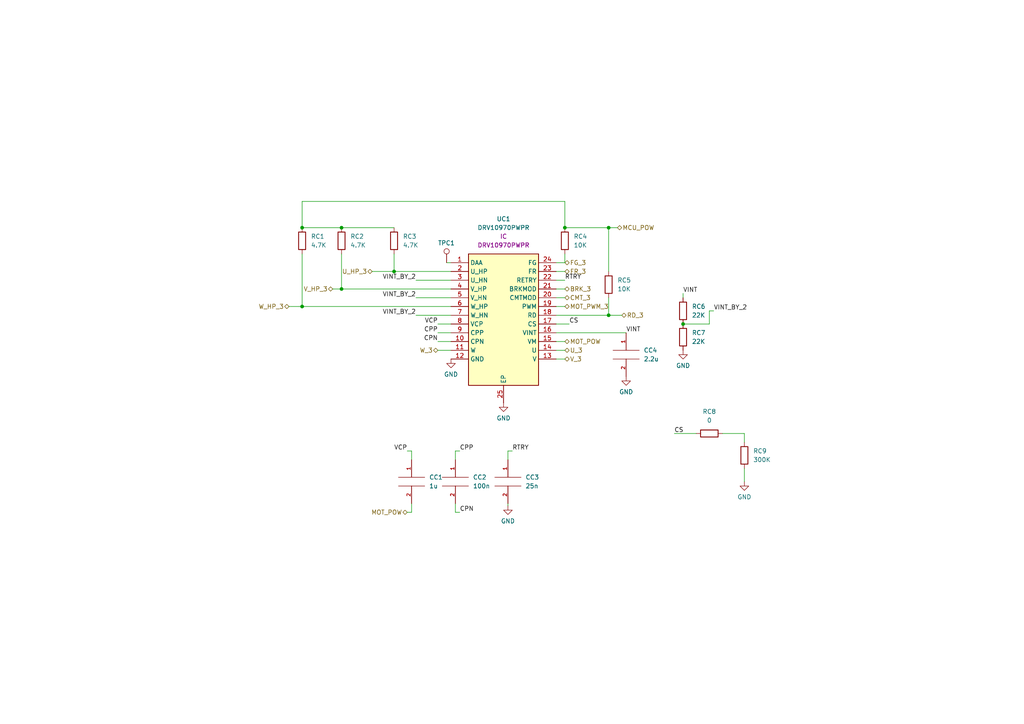
<source format=kicad_sch>
(kicad_sch (version 20211123) (generator eeschema)
  (paper "A4")
  (title_block (title "AOCS BOARD") (company "Parikshit Student Satellite Team"))
  (lib_symbols
    (symbol "Connector:TestPoint" (pin_numbers hide) (pin_names (offset 0.762) hide)
      (property "Reference" "TP" (at 0 6.858 0))
      (property "Value" "TestPoint" (at 0 5.08 0))
      (symbol "TestPoint_0_1"
        (circle (center 0 3.302) (radius 0.762))
      )
      (symbol "TestPoint_1_1"
        (pin passive line (at 0 0 90) (length 2.54) (name "1") (number "1"))
      )
    )
    (symbol "DRV10970PWPR:DRV10970PWPR"
      (property "Value" "DRV10970PWPR" (at 0 0 0))
      (property "Reference_1" "IC" (at 26.67 7.62 0))
      (property "Value_1" "DRV10970PWPR" (at 26.67 5.08 0))
      (symbol "DRV10970PWPR_1_1"
        (rectangle (start 5.08 2.54) (end 25.4 -35.56) (stroke (width 0.254)) (fill (type background)))
        (pin passive line (at 0 0 0) (length 5.08) (name "DAA") (number "1"))
        (pin passive line (at 0 -22.86 0) (length 5.08) (name "CPN") (number "10"))
        (pin passive line (at 0 -25.4 0) (length 5.08) (name "W") (number "11"))
        (pin passive line (at 0 -27.94 0) (length 5.08) (name "GND") (number "12"))
        (pin passive line (at 30.48 -27.94 180) (length 5.08) (name "V") (number "13"))
        (pin passive line (at 30.48 -25.4 180) (length 5.08) (name "U") (number "14"))
        (pin passive line (at 30.48 -22.86 180) (length 5.08) (name "VM") (number "15"))
        (pin passive line (at 30.48 -20.32 180) (length 5.08) (name "VINT") (number "16"))
        (pin passive line (at 30.48 -17.78 180) (length 5.08) (name "CS") (number "17"))
        (pin passive line (at 30.48 -15.24 180) (length 5.08) (name "RD") (number "18"))
        (pin passive line (at 30.48 -12.7 180) (length 5.08) (name "PWM") (number "19"))
        (pin passive line (at 0 -2.54 0) (length 5.08) (name "U_HP") (number "2"))
        (pin passive line (at 30.48 -10.16 180) (length 5.08) (name "CMTMOD") (number "20"))
        (pin passive line (at 30.48 -7.62 180) (length 5.08) (name "BRKMOD") (number "21"))
        (pin passive line (at 30.48 -5.08 180) (length 5.08) (name "RETRY") (number "22"))
        (pin passive line (at 30.48 -2.54 180) (length 5.08) (name "FR") (number "23"))
        (pin passive line (at 30.48 0 180) (length 5.08) (name "FG") (number "24"))
        (pin passive line (at 15.24 -40.64 90) (length 5.08) (name "EP") (number "25"))
        (pin passive line (at 0 -5.08 0) (length 5.08) (name "U_HN") (number "3"))
        (pin passive line (at 0 -7.62 0) (length 5.08) (name "V_HP") (number "4"))
        (pin passive line (at 0 -10.16 0) (length 5.08) (name "V_HN") (number "5"))
        (pin passive line (at 0 -12.7 0) (length 5.08) (name "W_HP") (number "6"))
        (pin passive line (at 0 -15.24 0) (length 5.08) (name "W_HN") (number "7"))
        (pin passive line (at 0 -17.78 0) (length 5.08) (name "VCP") (number "8"))
        (pin passive line (at 0 -20.32 0) (length 5.08) (name "CPP") (number "9"))
      )
    )
    (symbol "Device:R" (pin_numbers hide) (pin_names (offset 0))
      (property "Reference" "R" (at 2.032 0 90))
      (property "Value" "R" (at 0 0 90))
      (symbol "R_0_1"
        (rectangle (start -1.016 -2.54) (end 1.016 2.54) (stroke (width 0.254)))
      )
      (symbol "R_1_1"
        (pin passive line (at 0 3.81 270) (length 1.27) (name "~") (number "1"))
        (pin passive line (at 0 -3.81 90) (length 1.27) (name "~") (number "2"))
      )
    )
    (symbol "pspice:C" (pin_names (offset 0.254))
      (property "Reference" "C" (at 2.54 3.81 90))
      (property "Value" "C" (at 2.54 -3.81 90))
      (symbol "C_0_1"
        (polyline (pts (xy -3.81 -1.27) (xy 3.81 -1.27)))
        (polyline (pts (xy -3.81 1.27) (xy 3.81 1.27)))
      )
      (symbol "C_1_1"
        (pin passive line (at 0 6.35 270) (length 5.08) (name "~") (number "1"))
        (pin passive line (at 0 -6.35 90) (length 5.08) (name "~") (number "2"))
      )
    )
    (symbol "upsat-comms-hardware:GND" (power) (pin_names (offset 0))
      (property "Value" "GND" (at 0 -3.81 0))
      (symbol "GND_0_1"
        (polyline (pts (xy 0 0) (xy 0 -1.27) (xy 1.27 -1.27) (xy 0 -2.54) (xy -1.27 -1.27) (xy 0 -1.27)))
      )
      (symbol "GND_1_1"
        (pin power_in line (at 0 0 270) (length 0) hide (name "GND") (number "1"))
      )
    )
  )
  (junction (at 99.06 66.04))
  (junction (at 198.12 93.98))
  (junction (at 114.3 78.74))
  (junction (at 176.53 66.04))
  (junction (at 87.63 66.04))
  (junction (at 163.83 66.04))
  (junction (at 87.63 88.9))
  (junction (at 99.06 83.82))
  (junction (at 176.53 91.44))
  (wire (pts (xy 132.08 130.81) (xy 133.35 130.81)))
  (wire (pts (xy 119.38 130.81) (xy 119.38 133.35)))
  (wire (pts (xy 127 96.52) (xy 130.81 96.52)))
  (wire (pts (xy 161.29 76.2) (xy 163.83 76.2)))
  (wire (pts (xy 132.08 146.05) (xy 132.08 148.59)))
  (wire (pts (xy 99.06 73.66) (xy 99.06 83.82)))
  (wire (pts (xy 120.65 91.44) (xy 130.81 91.44)))
  (wire (pts (xy 132.08 133.35) (xy 132.08 130.81)))
  (wire (pts (xy 107.95 78.74) (xy 114.3 78.74)))
  (wire (pts (xy 176.53 66.04) (xy 163.83 66.04)))
  (wire (pts (xy 99.06 83.82) (xy 130.81 83.82)))
  (wire (pts (xy 119.38 148.59) (xy 118.11 148.59)))
  (wire (pts (xy 127 101.6) (xy 130.81 101.6)))
  (wire (pts (xy 161.29 86.36) (xy 163.83 86.36)))
  (wire (pts (xy 87.63 88.9) (xy 130.81 88.9)))
  (wire (pts (xy 114.3 78.74) (xy 130.81 78.74)))
  (wire (pts (xy 163.83 58.42) (xy 87.63 58.42)))
  (wire (pts (xy 129.54 76.2) (xy 130.81 76.2)))
  (wire (pts (xy 83.82 88.9) (xy 87.63 88.9)))
  (wire (pts (xy 176.53 86.36) (xy 176.53 91.44)))
  (wire (pts (xy 163.83 66.04) (xy 163.83 58.42)))
  (wire (pts (xy 161.29 99.06) (xy 163.83 99.06)))
  (wire (pts (xy 96.52 83.82) (xy 99.06 83.82)))
  (wire (pts (xy 120.65 86.36) (xy 130.81 86.36)))
  (wire (pts (xy 161.29 93.98) (xy 165.1 93.98)))
  (wire (pts (xy 198.12 85.09) (xy 198.12 86.36)))
  (wire (pts (xy 215.9 135.89) (xy 215.9 139.7)))
  (wire (pts (xy 176.53 91.44) (xy 180.34 91.44)))
  (wire (pts (xy 114.3 73.66) (xy 114.3 78.74)))
  (wire (pts (xy 147.32 130.81) (xy 148.59 130.81)))
  (wire (pts (xy 120.65 81.28) (xy 130.81 81.28)))
  (wire (pts (xy 215.9 125.73) (xy 215.9 128.27)))
  (wire (pts (xy 87.63 58.42) (xy 87.63 66.04)))
  (wire (pts (xy 207.01 90.17) (xy 205.74 90.17)))
  (wire (pts (xy 161.29 78.74) (xy 163.83 78.74)))
  (wire (pts (xy 119.38 146.05) (xy 119.38 148.59)))
  (wire (pts (xy 87.63 73.66) (xy 87.63 88.9)))
  (wire (pts (xy 161.29 96.52) (xy 181.61 96.52)))
  (wire (pts (xy 161.29 81.28) (xy 163.83 81.28)))
  (wire (pts (xy 176.53 66.04) (xy 176.53 78.74)))
  (wire (pts (xy 161.29 101.6) (xy 163.83 101.6)))
  (wire (pts (xy 127 93.98) (xy 130.81 93.98)))
  (wire (pts (xy 161.29 88.9) (xy 163.83 88.9)))
  (wire (pts (xy 99.06 66.04) (xy 114.3 66.04)))
  (wire (pts (xy 127 99.06) (xy 130.81 99.06)))
  (wire (pts (xy 205.74 93.98) (xy 198.12 93.98)))
  (wire (pts (xy 147.32 133.35) (xy 147.32 130.81)))
  (wire (pts (xy 205.74 90.17) (xy 205.74 93.98)))
  (wire (pts (xy 118.11 130.81) (xy 119.38 130.81)))
  (wire (pts (xy 179.07 66.04) (xy 176.53 66.04)))
  (wire (pts (xy 87.63 66.04) (xy 99.06 66.04)))
  (wire (pts (xy 132.08 148.59) (xy 133.35 148.59)))
  (wire (pts (xy 161.29 104.14) (xy 163.83 104.14)))
  (wire (pts (xy 147.32 146.685) (xy 147.32 146.05)))
  (wire (pts (xy 195.58 125.73) (xy 201.93 125.73)))
  (wire (pts (xy 161.29 83.82) (xy 163.83 83.82)))
  (wire (pts (xy 209.55 125.73) (xy 215.9 125.73)))
  (wire (pts (xy 163.83 73.66) (xy 163.83 76.2)))
  (wire (pts (xy 161.29 91.44) (xy 176.53 91.44)))
  (label "CS" (at 165.1 93.98 0))
  (label "CPP" (at 133.35 130.81 0))
  (label "RTRY" (at 148.59 130.81 0))
  (label "VCP" (at 127 93.98 180))
  (label "VINT" (at 181.61 96.52 0))
  (label "VINT_BY_2" (at 120.65 91.44 180))
  (label "VINT_BY_2" (at 120.65 86.36 180))
  (label "CPP" (at 127 96.52 180))
  (label "CPN" (at 127 99.06 180))
  (label "CPN" (at 133.35 148.59 0))
  (label "VINT_BY_2" (at 120.65 81.28 180))
  (label "VINT" (at 198.12 85.09 0))
  (label "RTRY" (at 163.83 81.28 0))
  (label "VCP" (at 118.11 130.81 180))
  (label "CS" (at 195.58 125.73 0))
  (label "VINT_BY_2" (at 207.01 90.17 0))
  (hierarchical_label "U_HP_3" (shape bidirectional) (at 107.95 78.74 180))
  (hierarchical_label "FR_3" (shape bidirectional) (at 163.83 78.74 0))
  (hierarchical_label "V_HP_3" (shape bidirectional) (at 96.52 83.82 180))
  (hierarchical_label "MOT_POW" (shape bidirectional) (at 118.11 148.59 180))
  (hierarchical_label "W_3" (shape bidirectional) (at 127 101.6 180))
  (hierarchical_label "V_3" (shape bidirectional) (at 163.83 104.14 0))
  (hierarchical_label "RD_3" (shape bidirectional) (at 180.34 91.44 0))
  (hierarchical_label "FG_3" (shape bidirectional) (at 163.83 76.2 0))
  (hierarchical_label "MOT_PWM_3" (shape bidirectional) (at 163.83 88.9 0))
  (hierarchical_label "CMT_3" (shape bidirectional) (at 163.83 86.36 0))
  (hierarchical_label "W_HP_3" (shape bidirectional) (at 83.82 88.9 180))
  (hierarchical_label "BRK_3" (shape bidirectional) (at 163.83 83.82 0))
  (hierarchical_label "MOT_POW" (shape bidirectional) (at 163.83 99.06 0))
  (hierarchical_label "U_3" (shape bidirectional) (at 163.83 101.6 0))
  (hierarchical_label "MCU_POW" (shape bidirectional) (at 179.07 66.04 0))
  (symbol (lib_id "Device:R") (at 205.74 125.73 90) (unit 1)
    (property "Reference" "RC8" (at 205.74 119.38 90))
    (property "Value" "0" (at 205.74 121.92 90))
    (property "Footprint" "Resistor_SMD:R_0603_1608Metric" (effects hide))
  )
  (symbol (lib_id "Device:R") (at 176.53 82.55 0) (unit 1)
    (property "Reference" "RC5" (at 179.07 81.2799 0) (effects (justify left)))
    (property "Value" "10K" (at 179.07 83.8199 0) (effects (justify left)))
    (property "Footprint" "Resistor_SMD:R_0603_1608Metric" (effects hide))
  )
  (symbol (lib_id "Device:R") (at 163.83 69.85 0) (unit 1)
    (property "Reference" "RC4" (at 166.37 68.5799 0) (effects (justify left)))
    (property "Value" "10K" (at 166.37 71.1199 0) (effects (justify left)))
    (property "Footprint" "Resistor_SMD:R_0603_1608Metric" (effects hide))
  )
  (symbol (lib_id "Device:R") (at 99.06 69.85 0) (unit 1)
    (property "Reference" "RC2" (at 101.6 68.5799 0) (effects (justify left)))
    (property "Value" "4.7K" (at 101.6 71.1199 0) (effects (justify left)))
    (property "Footprint" "Resistor_SMD:R_0603_1608Metric" (effects hide))
  )
  (symbol (lib_id "upsat-comms-hardware:GND") (at 181.61 109.22 0) (unit 1)
    (property "Reference" "#PWR0108" (effects hide))
    (property "Value" "GND" (at 181.61 113.665 0))
  )
  (symbol (lib_id "Device:R") (at 215.9 132.08 180) (unit 1)
    (property "Reference" "RC9" (at 218.44 130.8099 0) (effects (justify right)))
    (property "Value" "300K" (at 218.44 133.3499 0) (effects (justify right)))
    (property "Footprint" "Resistor_SMD:R_0603_1608Metric" (effects hide))
  )
  (symbol (lib_id "upsat-comms-hardware:GND") (at 130.81 104.14 0) (unit 1)
    (property "Reference" "#PWR0105" (effects hide))
    (property "Value" "GND" (at 130.81 108.585 0))
  )
  (symbol (lib_id "Device:R") (at 114.3 69.85 0) (unit 1)
    (property "Reference" "RC3" (at 116.84 68.5799 0) (effects (justify left)))
    (property "Value" "4.7K" (at 116.84 71.1199 0) (effects (justify left)))
    (property "Footprint" "Resistor_SMD:R_0603_1608Metric" (effects hide))
  )
  (symbol (lib_id "pspice:C") (at 132.08 139.7 0) (unit 1)
    (property "Reference" "CC2" (at 137.16 138.4299 0) (effects (justify left)))
    (property "Value" "100n" (at 137.16 140.9699 0) (effects (justify left)))
    (property "Footprint" "Capacitor_SMD:C_0603_1608Metric" (effects hide))
  )
  (symbol (lib_id "upsat-comms-hardware:GND") (at 215.9 139.7 0) (unit 1)
    (property "Reference" "#PWR0110" (effects hide))
    (property "Value" "GND" (at 215.9 144.145 0))
  )
  (symbol (lib_id "Connector:TestPoint") (at 129.54 76.2 0) (unit 1)
    (property "Reference" "TPC1" (at 127 70.485 0) (effects (justify left)))
    (property "Value" "TestPoint" (effects hide))
    (property "Footprint" "TestPoint:TestPoint_Plated_Hole_D2.0mm" (effects hide))
  )
  (symbol (lib_id "pspice:C") (at 147.32 139.7 0) (unit 1)
    (property "Reference" "CC3" (at 152.4 138.4299 0) (effects (justify left)))
    (property "Value" "25n" (at 152.4 140.9699 0) (effects (justify left)))
    (property "Footprint" "Capacitor_SMD:C_0603_1608Metric" (effects hide))
  )
  (symbol (lib_id "Device:R") (at 198.12 90.17 0) (unit 1)
    (property "Reference" "RC6" (at 200.66 88.8999 0) (effects (justify left)))
    (property "Value" "22K" (at 200.66 91.4399 0) (effects (justify left)))
    (property "Footprint" "Resistor_SMD:R_0603_1608Metric" (effects hide))
  )
  (symbol (lib_id "pspice:C") (at 119.38 139.7 0) (unit 1)
    (property "Reference" "CC1" (at 124.46 138.4299 0) (effects (justify left)))
    (property "Value" "1u" (at 124.46 140.9699 0) (effects (justify left)))
    (property "Footprint" "Capacitor_SMD:C_0603_1608Metric" (effects hide))
  )
  (symbol (lib_id "upsat-comms-hardware:GND") (at 146.05 116.84 0) (unit 1)
    (property "Reference" "#PWR0106" (effects hide))
    (property "Value" "GND" (at 146.05 121.285 0))
  )
  (symbol (lib_id "upsat-comms-hardware:GND") (at 198.12 101.6 0) (unit 1)
    (property "Reference" "#PWR0109" (effects hide))
    (property "Value" "GND" (at 198.12 106.045 0))
  )
  (symbol (lib_id "Device:R") (at 87.63 69.85 0) (unit 1)
    (property "Reference" "RC1" (at 90.17 68.5799 0) (effects (justify left)))
    (property "Value" "4.7K" (at 90.17 71.1199 0) (effects (justify left)))
    (property "Footprint" "Resistor_SMD:R_0603_1608Metric" (effects hide))
  )
  (symbol (lib_id "upsat-comms-hardware:GND") (at 147.32 146.685 0) (unit 1)
    (property "Reference" "#PWR0107" (effects hide))
    (property "Value" "GND" (at 147.32 151.13 0))
  )
  (symbol (lib_id "DRV10970PWPR:DRV10970PWPR") (at 130.81 76.2 0) (unit 1)
    (property "Reference" "UC1" (at 146.05 63.5 0))
    (property "Value" "DRV10970PWPR" (at 146.05 66.04 0))
    (property "Footprint" "DRV10970PWPR:SOP65P640X120-25N" (effects hide))
    (property "Reference_1" "IC" (at 146.05 68.58 0))
    (property "Value_1" "DRV10970PWPR" (at 146.05 71.12 0))
    (property "Footprint_1" "SOP65P640X120-25N" (effects hide))
    (property "Datasheet_1" "http://www.ti.com/lit/gpn/drv10970" (effects hide))
    (property "Height" "1.2" (effects hide))
    (property "Mouser Part Number" "595-DRV10970PWPR" (effects hide))
    (property "Mouser Price/Stock" "https://www.mouser.co.uk/ProductDetail/Texas-Instruments/DRV10970PWPR?qs=F66ExNIg9rr34PKt6FmsTg%3D%3D" (effects hide))
    (property "Manufacturer_Name" "Texas Instruments" (effects hide))
    (property "Manufacturer_Part_Number" "DRV10970PWPR" (effects hide))
  )
  (symbol (lib_id "pspice:C") (at 181.61 102.87 0) (unit 1)
    (property "Reference" "CC4" (at 186.69 101.5999 0) (effects (justify left)))
    (property "Value" "2.2u" (at 186.69 104.1399 0) (effects (justify left)))
    (property "Footprint" "Capacitor_SMD:C_0603_1608Metric" (effects hide))
  )
  (symbol (lib_id "Device:R") (at 198.12 97.79 0) (unit 1)
    (property "Reference" "RC7" (at 200.66 96.5199 0) (effects (justify left)))
    (property "Value" "22K" (at 200.66 99.0599 0) (effects (justify left)))
    (property "Footprint" "Resistor_SMD:R_0603_1608Metric" (effects hide))
  )
)
</source>
